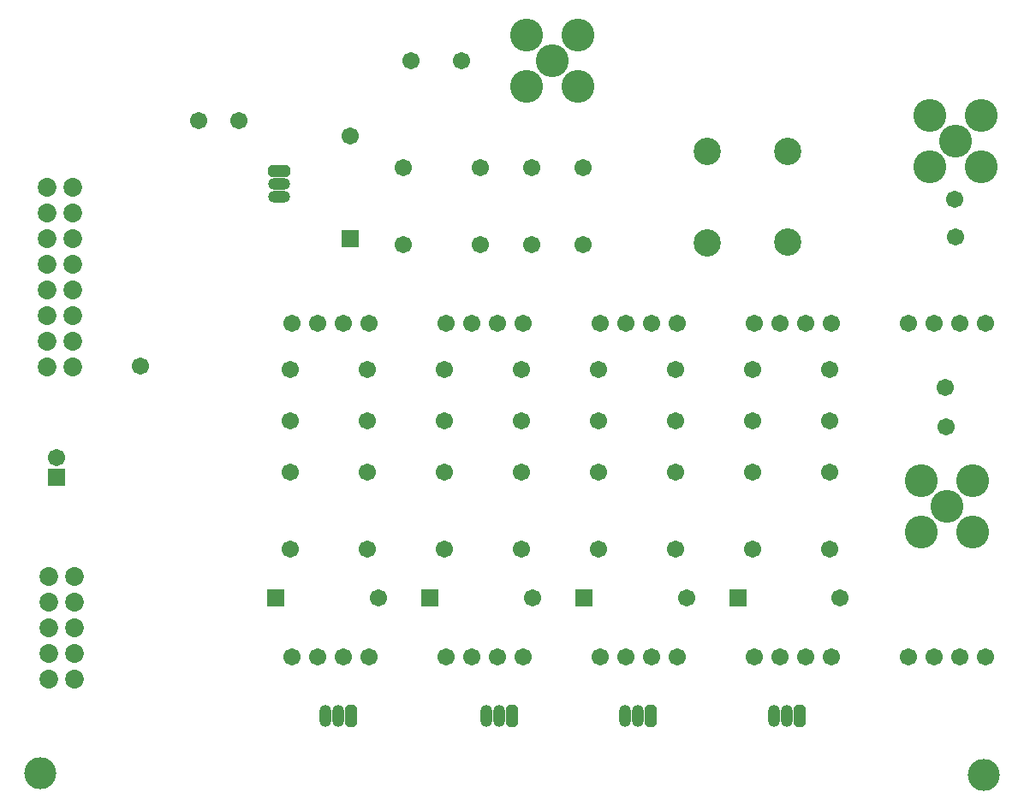
<source format=gbr>
G04 DipTrace 3.3.1.1*
G04 BottomMask.gbr*
%MOIN*%
G04 #@! TF.FileFunction,Soldermask,Bot*
G04 #@! TF.Part,Single*
%AMOUTLINE1*
4,1,8,
-0.031191,0.023701,
-0.043386,0.011506,
-0.043386,-0.011506,
-0.031191,-0.023701,
0.031191,-0.023701,
0.043386,-0.011506,
0.043386,0.011506,
0.031191,0.023701,
-0.031191,0.023701,
0*%
%AMOUTLINE4*
4,1,8,
0.023701,0.031191,
0.011506,0.043386,
-0.011506,0.043386,
-0.023701,0.031191,
-0.023701,-0.031191,
-0.011506,-0.043386,
0.011506,-0.043386,
0.023701,-0.031191,
0.023701,0.031191,
0*%
%ADD31C,0.125*%
%ADD38O,0.047402X0.086772*%
%ADD40C,0.073031*%
%ADD42C,0.128031*%
%ADD44C,0.106457*%
%ADD46C,0.067087*%
%ADD48O,0.086772X0.047402*%
%ADD50C,0.067087*%
%ADD52R,0.067087X0.067087*%
%ADD63OUTLINE1*%
%ADD66OUTLINE4*%
%FSLAX26Y26*%
G04*
G70*
G90*
G75*
G01*
G04 BotMask*
%LPD*%
D52*
X1732140Y2613501D3*
D50*
Y3011139D3*
D52*
X1444121Y1212953D3*
D50*
X1841759D3*
D52*
X2043791D3*
D50*
X2441429D3*
D52*
X2643462D3*
D50*
X3041100D3*
D52*
X3243133D3*
D50*
X3640770D3*
D31*
X4200719Y523828D3*
X526790Y527944D3*
D63*
X1454293Y2877259D3*
D48*
Y2827259D3*
Y2777259D3*
D46*
X2640450Y2890957D3*
Y2590957D3*
X2440450Y2890957D3*
Y2590957D3*
X2240450Y2890957D3*
Y2590957D3*
X1940450Y2890957D3*
Y2590957D3*
D44*
X3121346Y2597210D3*
Y2951541D3*
X3435392Y2599778D3*
Y2954109D3*
D46*
X3905235Y2284146D3*
X4005235D3*
X4105235D3*
X4205235D3*
X1505819Y2284320D3*
X1605235Y2284146D3*
X1705235D3*
X1805235D3*
X2105235D3*
X2205235D3*
X2305235D3*
X2405235D3*
X2705235D3*
X2805235D3*
X2905235D3*
X3005235D3*
X3305235D3*
X3405235D3*
X3505235D3*
X3605235D3*
X3905235Y984146D3*
X4005235D3*
X4105235D3*
X4205235D3*
X1505235D3*
X1605235D3*
X1705235D3*
X1805235D3*
X2105235D3*
X2205235D3*
X2305235D3*
X2405235D3*
X2705235D3*
X2805235D3*
X2905235D3*
X3005235D3*
X3305235D3*
X3405235D3*
X3505235D3*
X3605235D3*
D42*
X2619766Y3204907D3*
X2419766D3*
Y3404907D3*
X2619766D3*
X2519766Y3304907D3*
X4156906Y1668815D3*
Y1468815D3*
X3956906D3*
Y1668815D3*
X4056906Y1568815D3*
X4188845Y3092030D3*
Y2892030D3*
X3988845D3*
Y3092030D3*
X4088845Y2992030D3*
D40*
X560846Y896051D3*
X660846D3*
X551496Y2711873D3*
Y2611873D3*
X560846Y996050D3*
X551496Y2511873D3*
X660846Y1096050D3*
X551496Y2411873D3*
X660846Y1296050D3*
X551496Y2311873D3*
X560846Y1196051D3*
X551496Y2211873D3*
Y2111873D3*
X651496D3*
X660846Y996050D3*
X651496Y2211873D3*
X560846Y1096050D3*
X651496Y2311873D3*
X660846Y1196051D3*
X651496Y2411873D3*
X560846Y1296050D3*
X651496Y2511873D3*
Y2611873D3*
Y2711873D3*
Y2811873D3*
X551496D3*
D66*
X3483493Y752854D3*
D38*
X3433493D3*
X3383493D3*
D66*
X2901139D3*
D38*
X2851139D3*
X2801139D3*
D66*
X2363602D3*
D38*
X2313602D3*
X2263602D3*
D66*
X1736432D3*
D38*
X1686432D3*
X1636432D3*
D46*
X1497829Y2101942D3*
X1797829D3*
X1497829Y1901942D3*
X1797829D3*
X1497829Y1701942D3*
X1797829D3*
X1497829Y1401942D3*
X1797829D3*
X2097829Y2101942D3*
X2397829D3*
X2097829Y1901942D3*
X2397829D3*
X2097829Y1701942D3*
X2397829D3*
X2097829Y1401942D3*
X2397829D3*
X2697829Y2101942D3*
X2997829D3*
X2697829Y1901942D3*
X2997829D3*
X2697829Y1701942D3*
X2997829D3*
X2697829Y1401942D3*
X2997829D3*
X3297829Y2101942D3*
X3597829D3*
X3297829Y1901942D3*
X3597829D3*
X3297829Y1701942D3*
X3597829D3*
X3297829Y1401942D3*
X3597829D3*
X917479Y2115190D3*
X4049252Y2032387D3*
X4051332Y1880955D3*
X1968819Y3307402D3*
X2165669D3*
X4085454Y2766093D3*
X4089256Y2619740D3*
X1299528Y3071181D3*
X1142047D3*
D52*
X589007Y1681982D3*
D50*
Y1760722D3*
M02*

</source>
